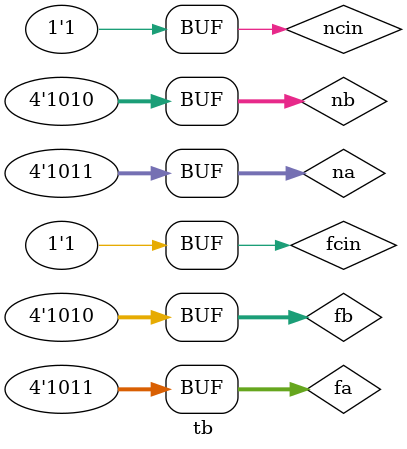
<source format=v>
`include"nrca.v"
`include"frca.v"

module tb();

   //INPUTS OF FUNCTION USING RCA (FRCA)
   reg [3:0]fa,fb;
    reg fcin;
    wire [3:0]fsum;
    wire fcout;

    //INPUTS OF NORMAL RCA (NRCA)
    reg[3:0]na,nb;
    reg ncin;
    wire [3:0]nsum;
    wire ncout;

    //INSTANTIATION OF NRCA
        nrca N1(na,nb,ncin,nsum,ncout);

    //INSTANTIATION OF FRCA
        frca F1(fa,fb,fcin,fsum,fcout);

        initial
        begin
            
            //GENERATING INPUTS(STIMULUS) FOR FRCA
                fa=4'b1011;
                fb=4'b1010;
                fcin=1'b1;

            //GENARATING INPUTS FOR NRCA
                na=4'b1011;
                nb=4'b1010;
                ncin=1'b1;

        end
        //DISPLAY OF FRCA
            initial
            $monitor("a=%b b=%b cin=%b sum=%b cout=%b",fa,fb,fcin,fsum,fcout);

        //DISPLAY OF NRCA
            initial
            begin
            #10;
            $monitor("a=%b b=%b cin=%b sum=%b cout=%b",na,nb,ncin,nsum,ncout);
            end

            initial
            begin
            #50;
                if(fsum==nsum && fcout==ncout)
                    $display("-----------------------RCA IS VALID-----------------------------------");
                else
                    $display("-----------------------RCA IS INVALID---------------------------------");
            end

endmodule

</source>
